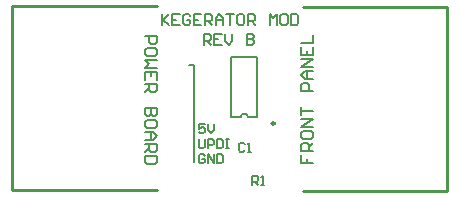
<source format=gto>
G04*
G04 #@! TF.GenerationSoftware,Altium Limited,CircuitMaker,2.2.1 (2.2.1.6)*
G04*
G04 Layer_Color=15132400*
%FSLAX24Y24*%
%MOIN*%
G70*
G04*
G04 #@! TF.SameCoordinates,D96103DE-5CF1-4447-99B2-040B1386396B*
G04*
G04*
G04 #@! TF.FilePolarity,Positive*
G04*
G01*
G75*
%ADD10C,0.0079*%
%ADD11C,0.0100*%
%ADD12C,0.0070*%
%ADD13C,0.0080*%
D10*
X16612Y11750D02*
G03*
X16362Y11750I-125J0D01*
G01*
X16612Y11750D02*
X16916Y11750D01*
X16058Y11750D02*
X16362Y11750D01*
X16058Y11750D02*
X16058Y13750D01*
X16916Y13750D01*
X16916Y11750D02*
X16916Y13750D01*
D11*
X17500Y11550D02*
G03*
X17500Y11550I-50J0D01*
G01*
X23240Y9304D02*
X23240Y15446D01*
X18437Y15446D02*
X23240Y15446D01*
X18437Y9304D02*
X23240Y9304D01*
X8760Y15471D02*
X13563Y15471D01*
X8760Y9329D02*
X13563Y9329D01*
X8760Y9329D02*
X8760Y15471D01*
D12*
X14800Y10250D02*
X14800Y13500D01*
X14650Y13500D02*
X14800Y13500D01*
X15170Y10470D02*
X15120Y10520D01*
X15020Y10520D01*
X14970Y10470D01*
X14970Y10270D01*
X15020Y10220D01*
X15120Y10220D01*
X15170Y10270D01*
X15170Y10370D01*
X15070Y10370D01*
X15270Y10220D02*
X15270Y10520D01*
X15470Y10220D01*
X15470Y10520D01*
X15570Y10520D02*
X15570Y10220D01*
X15720Y10220D01*
X15770Y10270D01*
X15770Y10470D01*
X15720Y10520D01*
X15570Y10520D01*
X15170Y11520D02*
X14970Y11520D01*
X14970Y11370D01*
X15070Y11420D01*
X15120Y11420D01*
X15170Y11370D01*
X15170Y11270D01*
X15120Y11220D01*
X15020Y11220D01*
X14970Y11270D01*
X15270Y11520D02*
X15270Y11320D01*
X15370Y11220D01*
X15470Y11320D01*
X15470Y11520D01*
X14970Y11020D02*
X14970Y10770D01*
X15020Y10720D01*
X15120Y10720D01*
X15170Y10770D01*
X15170Y11020D01*
X15270Y10720D02*
X15270Y11020D01*
X15420Y11020D01*
X15470Y10970D01*
X15470Y10870D01*
X15420Y10820D01*
X15270Y10820D01*
X15570Y11020D02*
X15570Y10720D01*
X15720Y10720D01*
X15770Y10770D01*
X15770Y10970D01*
X15720Y11020D01*
X15570Y11020D01*
X15870Y11020D02*
X15970Y11020D01*
X15920Y11020D01*
X15920Y10720D01*
X15870Y10720D01*
X15970Y10720D01*
X16750Y9500D02*
X16750Y9800D01*
X16900Y9800D01*
X16950Y9750D01*
X16950Y9650D01*
X16900Y9600D01*
X16750Y9600D01*
X16850Y9600D02*
X16950Y9500D01*
X17050Y9500D02*
X17150Y9500D01*
X17100Y9500D01*
X17100Y9800D01*
X17050Y9750D01*
X16500Y10850D02*
X16450Y10900D01*
X16350Y10900D01*
X16300Y10850D01*
X16300Y10650D01*
X16350Y10600D01*
X16450Y10600D01*
X16500Y10650D01*
X16600Y10600D02*
X16700Y10600D01*
X16650Y10600D01*
X16650Y10900D01*
X16600Y10850D01*
D13*
X18370Y10497D02*
X18370Y10230D01*
X18570Y10230D01*
X18570Y10363D01*
X18570Y10230D01*
X18770Y10230D01*
X18770Y10630D02*
X18370Y10630D01*
X18370Y10830D01*
X18437Y10896D01*
X18570Y10896D01*
X18637Y10830D01*
X18637Y10630D01*
X18637Y10763D02*
X18770Y10896D01*
X18370Y11230D02*
X18370Y11096D01*
X18437Y11030D01*
X18703Y11030D01*
X18770Y11096D01*
X18770Y11230D01*
X18703Y11296D01*
X18437Y11296D01*
X18370Y11230D01*
X18770Y11430D02*
X18370Y11430D01*
X18770Y11696D01*
X18370Y11696D01*
X18370Y11829D02*
X18370Y12096D01*
X18370Y11963D01*
X18770Y11963D01*
X18770Y12629D02*
X18370Y12629D01*
X18370Y12829D01*
X18437Y12896D01*
X18570Y12896D01*
X18637Y12829D01*
X18637Y12629D01*
X18770Y13029D02*
X18503Y13029D01*
X18370Y13162D01*
X18503Y13296D01*
X18770Y13296D01*
X18570Y13296D01*
X18570Y13029D01*
X18770Y13429D02*
X18370Y13429D01*
X18770Y13696D01*
X18370Y13696D01*
X18370Y14095D02*
X18370Y13829D01*
X18770Y13829D01*
X18770Y14095D01*
X18570Y13829D02*
X18570Y13962D01*
X18370Y14229D02*
X18770Y14229D01*
X18770Y14495D01*
X13180Y14470D02*
X13580Y14470D01*
X13580Y14270D01*
X13513Y14203D01*
X13380Y14203D01*
X13313Y14270D01*
X13313Y14470D01*
X13580Y13870D02*
X13580Y14003D01*
X13513Y14070D01*
X13247Y14070D01*
X13180Y14003D01*
X13180Y13870D01*
X13247Y13804D01*
X13513Y13804D01*
X13580Y13870D01*
X13580Y13670D02*
X13180Y13670D01*
X13313Y13537D01*
X13180Y13404D01*
X13580Y13404D01*
X13580Y13004D02*
X13580Y13270D01*
X13180Y13270D01*
X13180Y13004D01*
X13380Y13270D02*
X13380Y13137D01*
X13180Y12871D02*
X13580Y12871D01*
X13580Y12671D01*
X13513Y12604D01*
X13380Y12604D01*
X13313Y12671D01*
X13313Y12871D01*
X13313Y12737D02*
X13180Y12604D01*
X13580Y12071D02*
X13180Y12071D01*
X13180Y11871D01*
X13247Y11804D01*
X13313Y11804D01*
X13380Y11871D01*
X13380Y12071D01*
X13380Y11871D01*
X13447Y11804D01*
X13513Y11804D01*
X13580Y11871D01*
X13580Y12071D01*
X13580Y11471D02*
X13580Y11604D01*
X13513Y11671D01*
X13247Y11671D01*
X13180Y11604D01*
X13180Y11471D01*
X13247Y11404D01*
X13513Y11404D01*
X13580Y11471D01*
X13180Y11271D02*
X13447Y11271D01*
X13580Y11138D01*
X13447Y11004D01*
X13180Y11004D01*
X13380Y11004D01*
X13380Y11271D01*
X13180Y10871D02*
X13580Y10871D01*
X13580Y10671D01*
X13513Y10605D01*
X13380Y10605D01*
X13313Y10671D01*
X13313Y10871D01*
X13313Y10738D02*
X13180Y10605D01*
X13580Y10471D02*
X13180Y10471D01*
X13180Y10271D01*
X13247Y10205D01*
X13513Y10205D01*
X13580Y10271D01*
X13580Y10471D01*
X15130Y14180D02*
X15130Y14540D01*
X15310Y14540D01*
X15370Y14480D01*
X15370Y14360D01*
X15310Y14300D01*
X15130Y14300D01*
X15250Y14300D02*
X15370Y14180D01*
X15730Y14540D02*
X15490Y14540D01*
X15490Y14180D01*
X15730Y14180D01*
X15490Y14360D02*
X15610Y14360D01*
X15850Y14540D02*
X15850Y14300D01*
X15970Y14180D01*
X16090Y14300D01*
X16090Y14540D01*
X16570Y14540D02*
X16570Y14180D01*
X16749Y14180D01*
X16809Y14240D01*
X16809Y14300D01*
X16749Y14360D01*
X16570Y14360D01*
X16749Y14360D01*
X16809Y14420D01*
X16809Y14480D01*
X16749Y14540D01*
X16570Y14540D01*
X13730Y15190D02*
X13730Y14830D01*
X13730Y14950D01*
X13970Y15190D01*
X13790Y15010D01*
X13970Y14830D01*
X14330Y15190D02*
X14090Y15190D01*
X14090Y14830D01*
X14330Y14830D01*
X14090Y15010D02*
X14210Y15010D01*
X14690Y15130D02*
X14630Y15190D01*
X14510Y15190D01*
X14450Y15130D01*
X14450Y14890D01*
X14510Y14830D01*
X14630Y14830D01*
X14690Y14890D01*
X14690Y15010D01*
X14570Y15010D01*
X15050Y15190D02*
X14810Y15190D01*
X14810Y14830D01*
X15050Y14830D01*
X14810Y15010D02*
X14930Y15010D01*
X15170Y14830D02*
X15170Y15190D01*
X15349Y15190D01*
X15409Y15130D01*
X15409Y15010D01*
X15349Y14950D01*
X15170Y14950D01*
X15289Y14950D02*
X15409Y14830D01*
X15529Y14830D02*
X15529Y15070D01*
X15649Y15190D01*
X15769Y15070D01*
X15769Y14830D01*
X15769Y15010D01*
X15529Y15010D01*
X15889Y15190D02*
X16129Y15190D01*
X16009Y15190D01*
X16009Y14830D01*
X16429Y15190D02*
X16309Y15190D01*
X16249Y15130D01*
X16249Y14890D01*
X16309Y14830D01*
X16429Y14830D01*
X16489Y14890D01*
X16489Y15130D01*
X16429Y15190D01*
X16609Y14830D02*
X16609Y15190D01*
X16789Y15190D01*
X16849Y15130D01*
X16849Y15010D01*
X16789Y14950D01*
X16609Y14950D01*
X16729Y14950D02*
X16849Y14830D01*
X17329Y14830D02*
X17329Y15190D01*
X17449Y15070D01*
X17569Y15190D01*
X17569Y14830D01*
X17869Y15190D02*
X17749Y15190D01*
X17689Y15130D01*
X17689Y14890D01*
X17749Y14830D01*
X17869Y14830D01*
X17929Y14890D01*
X17929Y15130D01*
X17869Y15190D01*
X18049Y15190D02*
X18049Y14830D01*
X18229Y14830D01*
X18289Y14890D01*
X18289Y15130D01*
X18229Y15190D01*
X18049Y15190D01*
M02*

</source>
